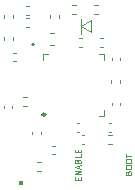
<source format=gbr>
%TF.GenerationSoftware,KiCad,Pcbnew,7.0.6*%
%TF.CreationDate,2023-09-20T23:26:58+02:00*%
%TF.ProjectId,epi_ESP32 (2023_01_16 13_30_41 UTC),6570695f-4553-4503-9332-202832303233,1_1*%
%TF.SameCoordinates,Original*%
%TF.FileFunction,Legend,Top*%
%TF.FilePolarity,Positive*%
%FSLAX46Y46*%
G04 Gerber Fmt 4.6, Leading zero omitted, Abs format (unit mm)*
G04 Created by KiCad (PCBNEW 7.0.6) date 2023-09-20 23:26:58*
%MOMM*%
%LPD*%
G01*
G04 APERTURE LIST*
%ADD10C,0.125000*%
%ADD11C,0.150000*%
%ADD12C,0.120000*%
%ADD13C,0.250000*%
G04 APERTURE END LIST*
D10*
X105570404Y-71317169D02*
X105570404Y-71150502D01*
X105832309Y-71079074D02*
X105832309Y-71317169D01*
X105832309Y-71317169D02*
X105332309Y-71317169D01*
X105332309Y-71317169D02*
X105332309Y-71079074D01*
X105832309Y-70864788D02*
X105332309Y-70864788D01*
X105332309Y-70864788D02*
X105832309Y-70579074D01*
X105832309Y-70579074D02*
X105332309Y-70579074D01*
X105689452Y-70364787D02*
X105689452Y-70126692D01*
X105832309Y-70412406D02*
X105332309Y-70245740D01*
X105332309Y-70245740D02*
X105832309Y-70079073D01*
X105570404Y-69745740D02*
X105594214Y-69674312D01*
X105594214Y-69674312D02*
X105618023Y-69650502D01*
X105618023Y-69650502D02*
X105665642Y-69626693D01*
X105665642Y-69626693D02*
X105737071Y-69626693D01*
X105737071Y-69626693D02*
X105784690Y-69650502D01*
X105784690Y-69650502D02*
X105808500Y-69674312D01*
X105808500Y-69674312D02*
X105832309Y-69721931D01*
X105832309Y-69721931D02*
X105832309Y-69912407D01*
X105832309Y-69912407D02*
X105332309Y-69912407D01*
X105332309Y-69912407D02*
X105332309Y-69745740D01*
X105332309Y-69745740D02*
X105356119Y-69698121D01*
X105356119Y-69698121D02*
X105379928Y-69674312D01*
X105379928Y-69674312D02*
X105427547Y-69650502D01*
X105427547Y-69650502D02*
X105475166Y-69650502D01*
X105475166Y-69650502D02*
X105522785Y-69674312D01*
X105522785Y-69674312D02*
X105546595Y-69698121D01*
X105546595Y-69698121D02*
X105570404Y-69745740D01*
X105570404Y-69745740D02*
X105570404Y-69912407D01*
X105832309Y-69174312D02*
X105832309Y-69412407D01*
X105832309Y-69412407D02*
X105332309Y-69412407D01*
X105570404Y-69007645D02*
X105570404Y-68840978D01*
X105832309Y-68769550D02*
X105832309Y-69007645D01*
X105832309Y-69007645D02*
X105332309Y-69007645D01*
X105332309Y-69007645D02*
X105332309Y-68769550D01*
X109870404Y-70733835D02*
X109894214Y-70662407D01*
X109894214Y-70662407D02*
X109918023Y-70638597D01*
X109918023Y-70638597D02*
X109965642Y-70614788D01*
X109965642Y-70614788D02*
X110037071Y-70614788D01*
X110037071Y-70614788D02*
X110084690Y-70638597D01*
X110084690Y-70638597D02*
X110108500Y-70662407D01*
X110108500Y-70662407D02*
X110132309Y-70710026D01*
X110132309Y-70710026D02*
X110132309Y-70900502D01*
X110132309Y-70900502D02*
X109632309Y-70900502D01*
X109632309Y-70900502D02*
X109632309Y-70733835D01*
X109632309Y-70733835D02*
X109656119Y-70686216D01*
X109656119Y-70686216D02*
X109679928Y-70662407D01*
X109679928Y-70662407D02*
X109727547Y-70638597D01*
X109727547Y-70638597D02*
X109775166Y-70638597D01*
X109775166Y-70638597D02*
X109822785Y-70662407D01*
X109822785Y-70662407D02*
X109846595Y-70686216D01*
X109846595Y-70686216D02*
X109870404Y-70733835D01*
X109870404Y-70733835D02*
X109870404Y-70900502D01*
X109632309Y-70305264D02*
X109632309Y-70210026D01*
X109632309Y-70210026D02*
X109656119Y-70162407D01*
X109656119Y-70162407D02*
X109703738Y-70114788D01*
X109703738Y-70114788D02*
X109798976Y-70090978D01*
X109798976Y-70090978D02*
X109965642Y-70090978D01*
X109965642Y-70090978D02*
X110060880Y-70114788D01*
X110060880Y-70114788D02*
X110108500Y-70162407D01*
X110108500Y-70162407D02*
X110132309Y-70210026D01*
X110132309Y-70210026D02*
X110132309Y-70305264D01*
X110132309Y-70305264D02*
X110108500Y-70352883D01*
X110108500Y-70352883D02*
X110060880Y-70400502D01*
X110060880Y-70400502D02*
X109965642Y-70424311D01*
X109965642Y-70424311D02*
X109798976Y-70424311D01*
X109798976Y-70424311D02*
X109703738Y-70400502D01*
X109703738Y-70400502D02*
X109656119Y-70352883D01*
X109656119Y-70352883D02*
X109632309Y-70305264D01*
X109632309Y-69781454D02*
X109632309Y-69686216D01*
X109632309Y-69686216D02*
X109656119Y-69638597D01*
X109656119Y-69638597D02*
X109703738Y-69590978D01*
X109703738Y-69590978D02*
X109798976Y-69567168D01*
X109798976Y-69567168D02*
X109965642Y-69567168D01*
X109965642Y-69567168D02*
X110060880Y-69590978D01*
X110060880Y-69590978D02*
X110108500Y-69638597D01*
X110108500Y-69638597D02*
X110132309Y-69686216D01*
X110132309Y-69686216D02*
X110132309Y-69781454D01*
X110132309Y-69781454D02*
X110108500Y-69829073D01*
X110108500Y-69829073D02*
X110060880Y-69876692D01*
X110060880Y-69876692D02*
X109965642Y-69900501D01*
X109965642Y-69900501D02*
X109798976Y-69900501D01*
X109798976Y-69900501D02*
X109703738Y-69876692D01*
X109703738Y-69876692D02*
X109656119Y-69829073D01*
X109656119Y-69829073D02*
X109632309Y-69781454D01*
X109632309Y-69424310D02*
X109632309Y-69138596D01*
X110132309Y-69281453D02*
X109632309Y-69281453D01*
%TO.C,U3*%
D11*
X101860036Y-59875000D02*
G75*
G03*
X101860036Y-59875000I-75000J0D01*
G01*
D12*
%TO.C,U1*%
X107830036Y-65910000D02*
X107355036Y-65910000D01*
X107830036Y-65435000D02*
X107830036Y-65910000D01*
X102610036Y-61165000D02*
X102610036Y-60690000D01*
X107830036Y-61165000D02*
X107830036Y-60690000D01*
X102610036Y-60690000D02*
X103085036Y-60690000D01*
X107830036Y-60690000D02*
X107355036Y-60690000D01*
D13*
X102845036Y-65800000D02*
G75*
G03*
X102845036Y-65800000I-125000J0D01*
G01*
D12*
%TO.C,C13*%
X109180036Y-60992164D02*
X109180036Y-61207836D01*
X108460036Y-60992164D02*
X108460036Y-61207836D01*
%TO.C,RV2*%
X101166395Y-57620000D02*
X101473677Y-57620000D01*
X101166395Y-58380000D02*
X101473677Y-58380000D01*
%TO.C,R5*%
X105423677Y-57280000D02*
X105116395Y-57280000D01*
X105423677Y-56520000D02*
X105116395Y-56520000D01*
%TO.C,C2*%
X107727872Y-60060000D02*
X107512200Y-60060000D01*
X107727872Y-59340000D02*
X107512200Y-59340000D01*
%TO.C,C7*%
X108460036Y-65007836D02*
X108460036Y-64792164D01*
X109180036Y-65007836D02*
X109180036Y-64792164D01*
%TO.C,RV1*%
X106966395Y-56520000D02*
X107273677Y-56520000D01*
X106966395Y-57280000D02*
X107273677Y-57280000D01*
%TO.C,C4*%
X99340000Y-65287836D02*
X99340000Y-65072164D01*
X100060000Y-65287836D02*
X100060000Y-65072164D01*
%TO.C,L1*%
X102473677Y-70550000D02*
X102166395Y-70550000D01*
X102473677Y-69790000D02*
X102166395Y-69790000D01*
%TO.C,C1*%
X102455036Y-67267164D02*
X102455036Y-67482836D01*
X101735036Y-67267164D02*
X101735036Y-67482836D01*
%TO.C,C11*%
X108427872Y-67260000D02*
X108212200Y-67260000D01*
X108427872Y-66540000D02*
X108212200Y-66540000D01*
%TO.C,R1*%
X108440036Y-63153641D02*
X108440036Y-62846359D01*
X109200036Y-63153641D02*
X109200036Y-62846359D01*
%TO.C,C14*%
X103560616Y-59910000D02*
X103279456Y-59910000D01*
X103560616Y-58890000D02*
X103279456Y-58890000D01*
%TO.C,R4*%
X101473677Y-57380000D02*
X101166395Y-57380000D01*
X101473677Y-56620000D02*
X101166395Y-56620000D01*
%TO.C,C3*%
X100327872Y-61285000D02*
X100112200Y-61285000D01*
X100327872Y-60565000D02*
X100112200Y-60565000D01*
%TO.C,C8*%
X106127872Y-68260000D02*
X105912200Y-68260000D01*
X106127872Y-67540000D02*
X105912200Y-67540000D01*
%TO.C,R6*%
X108473677Y-68280000D02*
X108166395Y-68280000D01*
X108473677Y-67520000D02*
X108166395Y-67520000D01*
%TO.C,R8*%
X100100036Y-57346359D02*
X100100036Y-57653641D01*
X99340036Y-57346359D02*
X99340036Y-57653641D01*
%TO.C,C6*%
X103412200Y-68440000D02*
X103627872Y-68440000D01*
X103412200Y-69160000D02*
X103627872Y-69160000D01*
%TO.C,D1*%
X105870036Y-57697500D02*
X105870036Y-58947500D01*
X105870036Y-58322500D02*
X106670036Y-57800000D01*
X106670036Y-57800000D02*
X106670036Y-58800000D01*
X106670036Y-58800000D02*
X105870036Y-58322500D01*
%TO.C,RV3*%
X103240036Y-57653641D02*
X103240036Y-57346359D01*
X104000036Y-57653641D02*
X104000036Y-57346359D01*
%TO.C,L2*%
X100966395Y-64320000D02*
X101273677Y-64320000D01*
X100966395Y-65080000D02*
X101273677Y-65080000D01*
%TO.C,C5*%
X105727872Y-67260000D02*
X105512200Y-67260000D01*
X105727872Y-66540000D02*
X105512200Y-66540000D01*
%TO.C,AE1*%
G36*
X100940036Y-71750000D02*
G01*
X100640036Y-71750000D01*
X100640036Y-71450000D01*
X100940036Y-71450000D01*
X100940036Y-71750000D01*
G37*
%TO.C,C9*%
X99360036Y-59457836D02*
X99360036Y-59242164D01*
X100080036Y-59457836D02*
X100080036Y-59242164D01*
%TO.C,C12*%
X105927872Y-60060000D02*
X105712200Y-60060000D01*
X105927872Y-59340000D02*
X105712200Y-59340000D01*
%TD*%
M02*

</source>
